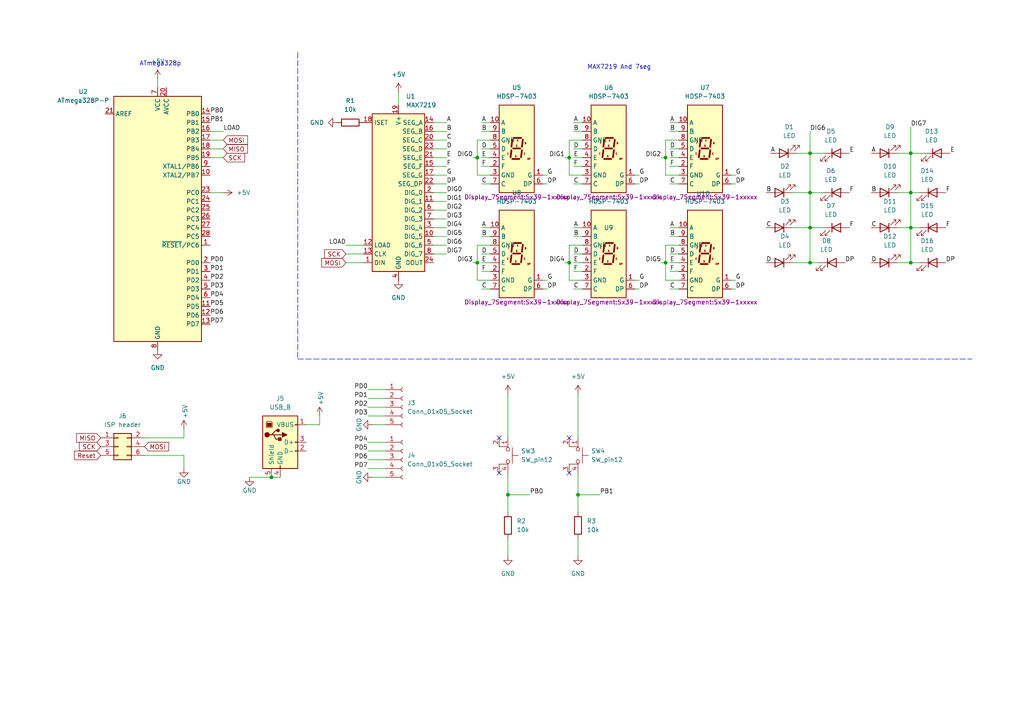
<source format=kicad_sch>
(kicad_sch (version 20250114) (generator "eeschema") (generator_version "9.0")
  (paper "A4")
  (lib_symbols
    (symbol "+5V_1" (power) (pin_numbers (hide yes)) (pin_names (offset 0) (hide yes))
      (property "Value" "+5V" (at 0 3.556 0))
      (symbol "+5V_1_0_1"
        (polyline (pts (xy -0.762 1.27) (xy 0 2.54)))
        (polyline (pts (xy 0 2.54) (xy 0.762 1.27)))
        (polyline (pts (xy 0 0) (xy 0 2.54)))
      )
      (symbol "+5V_1_1_1"
        (pin power_in line (at 0 0 90) (length 0) (name "~") (number "1"))
      )
    )
    (symbol "Connector:Conn_01x05_Socket" (pin_names (offset 1.016) (hide yes))
      (property "Reference" "J" (at 0 7.62 0))
      (property "Value" "Conn_01x05_Socket" (at 0 -7.62 0))
      (symbol "Conn_01x05_Socket_1_1"
        (polyline (pts (xy -1.27 5.08) (xy -0.508 5.08)) (stroke (width 0.1524)))
        (polyline (pts (xy -1.27 2.54) (xy -0.508 2.54)) (stroke (width 0.1524)))
        (polyline (pts (xy -1.27 0) (xy -0.508 0)) (stroke (width 0.1524)))
        (polyline (pts (xy -1.27 -2.54) (xy -0.508 -2.54)) (stroke (width 0.1524)))
        (polyline (pts (xy -1.27 -5.08) (xy -0.508 -5.08)) (stroke (width 0.1524)))
        (arc (start 0 4.572) (mid -0.5058 5.08) (end 0 5.588) (stroke (width 0.1524)))
        (arc (start 0 2.032) (mid -0.5058 2.54) (end 0 3.048) (stroke (width 0.1524)))
        (arc (start 0 -0.508) (mid -0.5058 0) (end 0 0.508) (stroke (width 0.1524)))
        (arc (start 0 -3.048) (mid -0.5058 -2.54) (end 0 -2.032) (stroke (width 0.1524)))
        (arc (start 0 -5.588) (mid -0.5058 -5.08) (end 0 -4.572) (stroke (width 0.1524)))
        (pin passive line (at -5.08 5.08 0) (length 3.81) (name "Pin_1") (number "1"))
        (pin passive line (at -5.08 2.54 0) (length 3.81) (name "Pin_2") (number "2"))
        (pin passive line (at -5.08 0 0) (length 3.81) (name "Pin_3") (number "3"))
        (pin passive line (at -5.08 -2.54 0) (length 3.81) (name "Pin_4") (number "4"))
        (pin passive line (at -5.08 -5.08 0) (length 3.81) (name "Pin_5") (number "5"))
      )
    )
    (symbol "Connector:USB_B" (pin_names (offset 1.016))
      (property "Reference" "J" (at -5.08 11.43 0))
      (property "Value" "USB_B" (at -5.08 8.89 0))
      (symbol "USB_B_0_1"
        (rectangle (start -5.08 -7.62) (end 5.08 7.62) (stroke (width 0.254)) (fill (type background)))
        (polyline (pts (xy -4.064 4.318) (xy -2.286 4.318) (xy -2.286 5.715) (xy -2.667 6.096) (xy -3.683 6.096) (xy -4.064 5.715) (xy -4.064 4.318)))
        (rectangle (start -3.81 5.588) (end -2.54 4.572) (fill (type outline)))
        (circle (center -3.81 2.159) (radius 0.635) (stroke (width 0.254)) (fill (type outline)))
        (polyline (pts (xy -3.175 2.159) (xy -2.54 2.159) (xy -1.27 3.429) (xy -0.635 3.429)) (stroke (width 0.254)))
        (polyline (pts (xy -2.54 2.159) (xy -1.905 2.159) (xy -1.27 0.889) (xy 0 0.889)) (stroke (width 0.254)))
        (polyline (pts (xy -1.905 2.159) (xy 0.635 2.159)) (stroke (width 0.254)))
        (circle (center -0.635 3.429) (radius 0.381) (stroke (width 0.254)) (fill (type outline)))
        (rectangle (start -0.127 -7.62) (end 0.127 -6.858))
        (rectangle (start 0.254 1.27) (end -0.508 0.508) (stroke (width 0.254)) (fill (type outline)))
        (polyline (pts (xy 0.635 2.794) (xy 0.635 1.524) (xy 1.905 2.159) (xy 0.635 2.794)) (stroke (width 0.254)) (fill (type outline)))
        (rectangle (start 5.08 4.953) (end 4.318 5.207))
        (rectangle (start 5.08 -0.127) (end 4.318 0.127))
        (rectangle (start 5.08 -2.667) (end 4.318 -2.413))
      )
      (symbol "USB_B_1_1"
        (pin passive line (at -2.54 -10.16 90) (length 2.54) (name "Shield") (number "5"))
        (pin power_out line (at 0 -10.16 90) (length 2.54) (name "GND") (number "4"))
        (pin power_out line (at 7.62 5.08 180) (length 2.54) (name "VBUS") (number "1"))
        (pin bidirectional line (at 7.62 0 180) (length 2.54) (name "D+") (number "3"))
        (pin bidirectional line (at 7.62 -2.54 180) (length 2.54) (name "D-") (number "2"))
      )
    )
    (symbol "Connector_Generic:Conn_02x03_Odd_Even" (pin_names (offset 1.016) (hide yes))
      (property "Reference" "J" (at 1.27 5.08 0))
      (property "Value" "Conn_02x03_Odd_Even" (at 1.27 -5.08 0))
      (symbol "Conn_02x03_Odd_Even_1_1"
        (rectangle (start -1.27 3.81) (end 3.81 -3.81) (stroke (width 0.254)) (fill (type background)))
        (rectangle (start -1.27 2.667) (end 0 2.413) (stroke (width 0.1524)))
        (rectangle (start -1.27 0.127) (end 0 -0.127) (stroke (width 0.1524)))
        (rectangle (start -1.27 -2.413) (end 0 -2.667) (stroke (width 0.1524)))
        (rectangle (start 3.81 2.667) (end 2.54 2.413) (stroke (width 0.1524)))
        (rectangle (start 3.81 0.127) (end 2.54 -0.127) (stroke (width 0.1524)))
        (rectangle (start 3.81 -2.413) (end 2.54 -2.667) (stroke (width 0.1524)))
        (pin passive line (at -5.08 2.54 0) (length 3.81) (name "Pin_1") (number "1"))
        (pin passive line (at -5.08 0 0) (length 3.81) (name "Pin_3") (number "3"))
        (pin passive line (at -5.08 -2.54 0) (length 3.81) (name "Pin_5") (number "5"))
        (pin passive line (at 7.62 2.54 180) (length 3.81) (name "Pin_2") (number "2"))
        (pin passive line (at 7.62 0 180) (length 3.81) (name "Pin_4") (number "4"))
        (pin passive line (at 7.62 -2.54 180) (length 3.81) (name "Pin_6") (number "6"))
      )
    )
    (symbol "Device:LED" (pin_numbers (hide yes)) (pin_names (offset 1.016) (hide yes))
      (property "Reference" "D" (at 0 2.54 0))
      (property "Value" "LED" (at 0 -2.54 0))
      (symbol "LED_0_1"
        (polyline (pts (xy -3.048 -0.762) (xy -4.572 -2.286) (xy -3.81 -2.286) (xy -4.572 -2.286) (xy -4.572 -1.524)))
        (polyline (pts (xy -1.778 -0.762) (xy -3.302 -2.286) (xy -2.54 -2.286) (xy -3.302 -2.286) (xy -3.302 -1.524)))
        (polyline (pts (xy -1.27 0) (xy 1.27 0)))
        (polyline (pts (xy -1.27 -1.27) (xy -1.27 1.27)) (stroke (width 0.254)))
        (polyline (pts (xy 1.27 -1.27) (xy 1.27 1.27) (xy -1.27 0) (xy 1.27 -1.27)) (stroke (width 0.254)))
      )
      (symbol "LED_1_1"
        (pin passive line (at -3.81 0 0) (length 2.54) (name "K") (number "1"))
        (pin passive line (at 3.81 0 180) (length 2.54) (name "A") (number "2"))
      )
    )
    (symbol "Device:R" (pin_numbers (hide yes)) (pin_names (offset 0))
      (property "Reference" "R" (at 2.032 0 90))
      (property "Value" "R" (at 0 0 90))
      (symbol "R_0_1"
        (rectangle (start -1.016 -2.54) (end 1.016 2.54) (stroke (width 0.254)))
      )
      (symbol "R_1_1"
        (pin passive line (at 0 3.81 270) (length 1.27) (name "~") (number "1"))
        (pin passive line (at 0 -3.81 90) (length 1.27) (name "~") (number "2"))
      )
    )
    (symbol "Driver_LED:MAX7219"
      (property "Reference" "U" (at -6.35 24.13 0))
      (property "Value" "MAX7219" (at 1.27 25.4 0))
      (symbol "MAX7219_0_1"
        (rectangle (start -7.62 22.86) (end 7.62 -22.86) (stroke (width 0.254)) (fill (type background)))
      )
      (symbol "MAX7219_1_1"
        (pin input line (at -10.16 20.32 0) (length 2.54) (name "ISET") (number "18"))
        (pin input line (at -10.16 -15.24 0) (length 2.54) (name "LOAD") (number "12"))
        (pin input line (at -10.16 -17.78 0) (length 2.54) (name "CLK") (number "13"))
        (pin input line (at -10.16 -20.32 0) (length 2.54) (name "DIN") (number "1"))
        (pin power_in line (at 0 25.4 270) (length 2.54) (name "V+") (number "19"))
        (pin power_in line (at 0 -25.4 90) (length 2.54) (name "GND") (number "4"))
        (pin passive line (at 0 -25.4 90) (length 2.54) (hide yes) (name "GND") (number "9"))
        (pin output line (at 10.16 20.32 180) (length 2.54) (name "SEG_A") (number "14"))
        (pin output line (at 10.16 17.78 180) (length 2.54) (name "SEG_B") (number "16"))
        (pin output line (at 10.16 15.24 180) (length 2.54) (name "SEG_C") (number "20"))
        (pin output line (at 10.16 12.7 180) (length 2.54) (name "SEG_D") (number "23"))
        (pin output line (at 10.16 10.16 180) (length 2.54) (name "SEG_E") (number "21"))
        (pin output line (at 10.16 7.62 180) (length 2.54) (name "SEG_F") (number "15"))
        (pin output line (at 10.16 5.08 180) (length 2.54) (name "SEG_G") (number "17"))
        (pin output line (at 10.16 2.54 180) (length 2.54) (name "SEG_DP") (number "22"))
        (pin output line (at 10.16 0 180) (length 2.54) (name "DIG_0") (number "2"))
        (pin output line (at 10.16 -2.54 180) (length 2.54) (name "DIG_1") (number "11"))
        (pin output line (at 10.16 -5.08 180) (length 2.54) (name "DIG_2") (number "6"))
        (pin output line (at 10.16 -7.62 180) (length 2.54) (name "DIG_3") (number "7"))
        (pin output line (at 10.16 -10.16 180) (length 2.54) (name "DIG_4") (number "3"))
        (pin output line (at 10.16 -12.7 180) (length 2.54) (name "DIG_5") (number "10"))
        (pin output line (at 10.16 -15.24 180) (length 2.54) (name "DIG_6") (number "5"))
        (pin output line (at 10.16 -17.78 180) (length 2.54) (name "DIG_7") (number "8"))
        (pin output line (at 10.16 -20.32 180) (length 2.54) (name "DOUT") (number "24"))
      )
    )
    (symbol "HDSP-7403_1"
      (property "Reference" "U4" (at 0 17.78 0))
      (property "Value" "HDSP-7403" (at 0 15.24 0))
      (symbol "HDSP-7403_1_1_0"
        (text "E" (at -2.54 -1.397 0) (effects (font (size 0.508 0.508))))
        (text "F" (at -2.286 1.651 0) (effects (font (size 0.508 0.508))))
        (text "D" (at -0.254 -2.159 0) (effects (font (size 0.508 0.508))))
        (text "G" (at 0 0.889 0) (effects (font (size 0.508 0.508))))
        (text "A" (at 0.254 2.413 0) (effects (font (size 0.508 0.508))))
        (text "C" (at 2.286 -1.397 0) (effects (font (size 0.508 0.508))))
        (text "B" (at 2.54 1.651 0) (effects (font (size 0.508 0.508))))
        (text "DP" (at 3.556 -2.921 0) (effects (font (size 0.508 0.508))))
      )
      (symbol "HDSP-7403_1_1_1"
        (rectangle (start -5.08 12.7) (end 5.08 -12.7) (stroke (width 0.254)) (fill (type background)))
        (polyline (pts (xy -1.524 -0.381) (xy -1.778 -2.413)) (stroke (width 0.508)))
        (polyline (pts (xy -1.27 2.667) (xy -1.524 0.635)) (stroke (width 0.508)))
        (polyline (pts (xy -1.27 -2.921) (xy 0.762 -2.921)) (stroke (width 0.508)))
        (polyline (pts (xy -1.016 0.127) (xy 1.016 0.127)) (stroke (width 0.508)))
        (polyline (pts (xy -0.762 3.175) (xy 1.27 3.175)) (stroke (width 0.508)))
        (polyline (pts (xy 1.524 -0.381) (xy 1.27 -2.413)) (stroke (width 0.508)))
        (polyline (pts (xy 1.778 2.667) (xy 1.524 0.635)) (stroke (width 0.508)))
        (polyline (pts (xy 2.54 -2.921) (xy 2.54 -2.921)) (stroke (width 0.508)))
        (pin input line (at -7.62 7.62 0) (length 2.54) (name "A") (number "10"))
        (pin input line (at -7.62 5.08 0) (length 2.54) (name "B") (number "9"))
        (pin input line (at -7.62 2.54 0) (length 2.54) (name "GND") (number "8"))
        (pin input line (at -7.62 0 0) (length 2.54) (name "D") (number "5"))
        (pin input line (at -7.62 -2.54 0) (length 2.54) (name "E") (number "4"))
        (pin input line (at -7.62 -5.08 0) (length 2.54) (name "F") (number "2"))
        (pin input line (at -7.62 -7.62 0) (length 2.54) (name "GND") (number "3"))
        (pin input line (at -7.62 -10.16 0) (length 2.54) (name "C") (number "7"))
        (pin input line (at 7.62 -7.62 180) (length 2.54) (name "G") (number "1"))
        (pin input line (at 7.62 -10.16 180) (length 2.54) (name "DP") (number "6"))
      )
    )
    (symbol "MCU_Microchip_ATmega:ATmega328P-P"
      (property "Reference" "U" (at -12.7 36.83 0))
      (property "Value" "ATmega328P-P" (at 2.54 -36.83 0))
      (symbol "ATmega328P-P_0_1"
        (rectangle (start -12.7 -35.56) (end 12.7 35.56) (stroke (width 0.254)) (fill (type background)))
      )
      (symbol "ATmega328P-P_1_1"
        (pin passive line (at -15.24 30.48 0) (length 2.54) (name "AREF") (number "21"))
        (pin power_in line (at 0 38.1 270) (length 2.54) (name "VCC") (number "7"))
        (pin passive line (at 0 -38.1 90) (length 2.54) (hide yes) (name "GND") (number "22"))
        (pin power_in line (at 0 -38.1 90) (length 2.54) (name "GND") (number "8"))
        (pin power_in line (at 2.54 38.1 270) (length 2.54) (name "AVCC") (number "20"))
        (pin bidirectional line (at 15.24 30.48 180) (length 2.54) (name "PB0") (number "14"))
        (pin bidirectional line (at 15.24 27.94 180) (length 2.54) (name "PB1") (number "15"))
        (pin bidirectional line (at 15.24 25.4 180) (length 2.54) (name "PB2") (number "16"))
        (pin bidirectional line (at 15.24 22.86 180) (length 2.54) (name "PB3") (number "17"))
        (pin bidirectional line (at 15.24 20.32 180) (length 2.54) (name "PB4") (number "18"))
        (pin bidirectional line (at 15.24 17.78 180) (length 2.54) (name "PB5") (number "19"))
        (pin bidirectional line (at 15.24 15.24 180) (length 2.54) (name "XTAL1/PB6") (number "9"))
        (pin bidirectional line (at 15.24 12.7 180) (length 2.54) (name "XTAL2/PB7") (number "10"))
        (pin bidirectional line (at 15.24 7.62 180) (length 2.54) (name "PC0") (number "23"))
        (pin bidirectional line (at 15.24 5.08 180) (length 2.54) (name "PC1") (number "24"))
        (pin bidirectional line (at 15.24 2.54 180) (length 2.54) (name "PC2") (number "25"))
        (pin bidirectional line (at 15.24 0 180) (length 2.54) (name "PC3") (number "26"))
        (pin bidirectional line (at 15.24 -2.54 180) (length 2.54) (name "PC4") (number "27"))
        (pin bidirectional line (at 15.24 -5.08 180) (length 2.54) (name "PC5") (number "28"))
        (pin bidirectional line (at 15.24 -7.62 180) (length 2.54) (name "~{RESET}/PC6") (number "1"))
        (pin bidirectional line (at 15.24 -12.7 180) (length 2.54) (name "PD0") (number "2"))
        (pin bidirectional line (at 15.24 -15.24 180) (length 2.54) (name "PD1") (number "3"))
        (pin bidirectional line (at 15.24 -17.78 180) (length 2.54) (name "PD2") (number "4"))
        (pin bidirectional line (at 15.24 -20.32 180) (length 2.54) (name "PD3") (number "5"))
        (pin bidirectional line (at 15.24 -22.86 180) (length 2.54) (name "PD4") (number "6"))
        (pin bidirectional line (at 15.24 -25.4 180) (length 2.54) (name "PD5") (number "11"))
        (pin bidirectional line (at 15.24 -27.94 180) (length 2.54) (name "PD6") (number "12"))
        (pin bidirectional line (at 15.24 -30.48 180) (length 2.54) (name "PD7") (number "13"))
      )
    )
    (symbol "Switch:SW_MEC_5E" (pin_names (offset 1.016) (hide yes))
      (property "Reference" "SW" (at 0.635 5.715 0))
      (property "Value" "SW_MEC_5E" (at 0 -3.175 0))
      (symbol "SW_MEC_5E_0_1"
        (polyline (pts (xy -2.54 0) (xy -2.54 2.54) (xy -2.286 2.54)))
        (polyline (pts (xy -2.286 3.81) (xy 2.286 3.81)))
        (circle (center -1.778 2.54) (radius 0.508))
        (polyline (pts (xy 0 3.81) (xy 0 5.588)))
        (circle (center 1.778 2.54) (radius 0.508))
        (polyline (pts (xy 2.54 0) (xy 2.54 2.54) (xy 2.286 2.54)))
        (pin passive line (at -5.08 2.54 0) (length 2.54) (name "1") (number "1"))
        (pin passive line (at -5.08 0 0) (length 2.54) (name "2") (number "2"))
        (pin passive line (at 5.08 2.54 180) (length 2.54) (name "A") (number "4"))
        (pin passive line (at 5.08 0 180) (length 2.54) (name "K") (number "3"))
      )
    )
    (symbol "power:+5V" (power) (pin_names (offset 0))
      (property "Value" "+5V" (at 0 3.556 0))
      (symbol "+5V_0_1"
        (polyline (pts (xy -0.762 1.27) (xy 0 2.54)))
        (polyline (pts (xy 0 2.54) (xy 0.762 1.27)))
        (polyline (pts (xy 0 0) (xy 0 2.54)))
      )
      (symbol "+5V_1_1"
        (pin power_in line (at 0 0 90) (length 0) (hide yes) (name "+5V") (number "1"))
      )
    )
    (symbol "power:GND" (power) (pin_numbers (hide yes)) (pin_names (offset 0) (hide yes))
      (property "Value" "GND" (at 0 -3.81 0))
      (symbol "GND_0_1"
        (polyline (pts (xy 0 0) (xy 0 -1.27) (xy 1.27 -1.27) (xy 0 -2.54) (xy -1.27 -1.27) (xy 0 -1.27)))
      )
      (symbol "GND_1_1"
        (pin power_in line (at 0 0 270) (length 0) (name "~") (number "1"))
      )
    )
  )
  (text "MAX7219 And 7seg\n" (at 179.578 19.558 0) (effects (font (size 1.27 1.27))))
  (text "ATmega328p\n" (at 46.482 18.542 0) (effects (font (size 1.27 1.27))))
  (junction (at 264.16 55.88))
  (junction (at 234.95 44.45))
  (junction (at 138.43 76.2))
  (junction (at 165.1 45.72))
  (junction (at 193.04 76.2))
  (junction (at 193.04 45.72))
  (junction (at 167.64 143.51))
  (junction (at 264.16 76.2))
  (junction (at 165.1 76.2))
  (junction (at 138.43 45.72))
  (junction (at 78.74 138.43))
  (junction (at 147.32 143.51))
  (junction (at 234.95 66.04))
  (junction (at 234.95 76.2))
  (junction (at 264.16 66.04))
  (junction (at 264.16 44.45))
  (junction (at 234.95 55.88))
  (no_connect (at 144.78 137.16))
  (no_connect (at 165.1 127))
  (no_connect (at 165.1 137.16))
  (no_connect (at 144.78 127))
  (wire (pts (xy 212.09 53.34) (xy 213.36 53.34)))
  (wire (pts (xy 139.7 83.82) (xy 142.24 83.82)))
  (wire (pts (xy 138.43 50.8) (xy 142.24 50.8)))
  (wire (pts (xy 157.48 50.8) (xy 158.75 50.8)))
  (wire (pts (xy 196.85 40.64) (xy 193.04 40.64)))
  (wire (pts (xy 194.31 45.72) (xy 196.85 45.72)))
  (wire (pts (xy 129.54 63.5) (xy 125.73 63.5)))
  (wire (pts (xy 139.7 78.74) (xy 142.24 78.74)))
  (wire (pts (xy 194.31 53.34) (xy 196.85 53.34)))
  (wire (pts (xy 147.32 148.59) (xy 147.32 143.51)))
  (wire (pts (xy 92.71 123.19) (xy 92.71 120.65)))
  (wire (pts (xy 138.43 81.28) (xy 142.24 81.28)))
  (wire (pts (xy 100.33 71.12) (xy 105.41 71.12)))
  (wire (pts (xy 229.87 55.88) (xy 234.95 55.88)))
  (wire (pts (xy 100.33 76.2) (xy 105.41 76.2)))
  (wire (pts (xy 106.68 120.65) (xy 111.76 120.65)))
  (wire (pts (xy 193.04 40.64) (xy 193.04 45.72)))
  (wire (pts (xy 139.7 48.26) (xy 142.24 48.26)))
  (wire (pts (xy 129.54 71.12) (xy 125.73 71.12)))
  (wire (pts (xy 196.85 71.12) (xy 193.04 71.12)))
  (wire (pts (xy 193.04 81.28) (xy 196.85 81.28)))
  (wire (pts (xy 107.95 123.19) (xy 111.76 123.19)))
  (wire (pts (xy 166.37 76.2) (xy 168.91 76.2)))
  (wire (pts (xy 138.43 40.64) (xy 138.43 45.72)))
  (wire (pts (xy 166.37 83.82) (xy 168.91 83.82)))
  (wire (pts (xy 53.34 132.08) (xy 53.34 135.89)))
  (wire (pts (xy 41.91 132.08) (xy 53.34 132.08)))
  (wire (pts (xy 138.43 45.72) (xy 138.43 50.8)))
  (wire (pts (xy 72.39 138.43) (xy 78.74 138.43)))
  (wire (pts (xy 229.87 66.04) (xy 234.95 66.04)))
  (wire (pts (xy 157.48 53.34) (xy 158.75 53.34)))
  (wire (pts (xy 167.64 114.3) (xy 167.64 127)))
  (wire (pts (xy 166.37 38.1) (xy 168.91 38.1)))
  (wire (pts (xy 167.64 156.21) (xy 167.64 161.29)))
  (wire (pts (xy 234.95 44.45) (xy 234.95 55.88)))
  (wire (pts (xy 168.91 40.64) (xy 165.1 40.64)))
  (wire (pts (xy 234.95 76.2) (xy 229.87 76.2)))
  (wire (pts (xy 139.7 38.1) (xy 142.24 38.1)))
  (wire (pts (xy 264.16 66.04) (xy 264.16 76.2)))
  (wire (pts (xy 41.91 127) (xy 53.34 127)))
  (wire (pts (xy 166.37 78.74) (xy 168.91 78.74)))
  (wire (pts (xy 147.32 114.3) (xy 147.32 127)))
  (wire (pts (xy 139.7 73.66) (xy 142.24 73.66)))
  (wire (pts (xy 264.16 66.04) (xy 266.7 66.04)))
  (wire (pts (xy 142.24 40.64) (xy 138.43 40.64)))
  (wire (pts (xy 167.64 137.16) (xy 167.64 143.51)))
  (wire (pts (xy 129.54 73.66) (xy 125.73 73.66)))
  (wire (pts (xy 194.31 83.82) (xy 196.85 83.82)))
  (wire (pts (xy 166.37 73.66) (xy 168.91 73.66)))
  (wire (pts (xy 165.1 40.64) (xy 165.1 45.72)))
  (wire (pts (xy 234.95 55.88) (xy 238.76 55.88)))
  (wire (pts (xy 165.1 50.8) (xy 168.91 50.8)))
  (wire (pts (xy 193.04 76.2) (xy 193.04 81.28)))
  (wire (pts (xy 106.68 133.35) (xy 111.76 133.35)))
  (wire (pts (xy 157.48 83.82) (xy 158.75 83.82)))
  (wire (pts (xy 139.7 76.2) (xy 142.24 76.2)))
  (wire (pts (xy 147.32 137.16) (xy 147.32 143.51)))
  (polyline (pts (xy 86.36 104.14) (xy 281.94 104.14)) (stroke (width 0) (type dash)))
  (wire (pts (xy 138.43 71.12) (xy 138.43 76.2)))
  (wire (pts (xy 194.31 76.2) (xy 196.85 76.2)))
  (wire (pts (xy 129.54 68.58) (xy 125.73 68.58)))
  (wire (pts (xy 194.31 35.56) (xy 196.85 35.56)))
  (wire (pts (xy 157.48 81.28) (xy 158.75 81.28)))
  (wire (pts (xy 194.31 38.1) (xy 196.85 38.1)))
  (wire (pts (xy 64.77 43.18) (xy 60.96 43.18)))
  (wire (pts (xy 264.16 76.2) (xy 266.7 76.2)))
  (wire (pts (xy 167.64 143.51) (xy 173.99 143.51)))
  (wire (pts (xy 231.14 44.45) (xy 234.95 44.45)))
  (wire (pts (xy 106.68 130.81) (xy 111.76 130.81)))
  (wire (pts (xy 194.31 43.18) (xy 196.85 43.18)))
  (wire (pts (xy 193.04 45.72) (xy 193.04 50.8)))
  (wire (pts (xy 106.68 115.57) (xy 111.76 115.57)))
  (wire (pts (xy 166.37 48.26) (xy 168.91 48.26)))
  (wire (pts (xy 106.68 118.11) (xy 111.76 118.11)))
  (wire (pts (xy 129.54 60.96) (xy 125.73 60.96)))
  (wire (pts (xy 139.7 53.34) (xy 142.24 53.34)))
  (wire (pts (xy 260.35 55.88) (xy 264.16 55.88)))
  (wire (pts (xy 184.15 53.34) (xy 185.42 53.34)))
  (wire (pts (xy 88.9 123.19) (xy 92.71 123.19)))
  (wire (pts (xy 166.37 66.04) (xy 168.91 66.04)))
  (polyline (pts (xy 86.36 15.24) (xy 86.36 104.14)) (stroke (width 0) (type dash)))
  (wire (pts (xy 194.31 73.66) (xy 196.85 73.66)))
  (wire (pts (xy 264.16 44.45) (xy 267.97 44.45)))
  (wire (pts (xy 60.96 45.72) (xy 64.77 45.72)))
  (wire (pts (xy 139.7 45.72) (xy 142.24 45.72)))
  (wire (pts (xy 168.91 71.12) (xy 165.1 71.12)))
  (wire (pts (xy 107.95 138.43) (xy 111.76 138.43)))
  (wire (pts (xy 139.7 66.04) (xy 142.24 66.04)))
  (wire (pts (xy 129.54 43.18) (xy 125.73 43.18)))
  (wire (pts (xy 129.54 58.42) (xy 125.73 58.42)))
  (wire (pts (xy 264.16 36.83) (xy 264.16 44.45)))
  (wire (pts (xy 106.68 113.03) (xy 111.76 113.03)))
  (wire (pts (xy 193.04 50.8) (xy 196.85 50.8)))
  (wire (pts (xy 129.54 48.26) (xy 125.73 48.26)))
  (wire (pts (xy 260.35 66.04) (xy 264.16 66.04)))
  (wire (pts (xy 165.1 81.28) (xy 168.91 81.28)))
  (wire (pts (xy 64.77 38.1) (xy 60.96 38.1)))
  (wire (pts (xy 194.31 78.74) (xy 196.85 78.74)))
  (wire (pts (xy 115.57 26.67) (xy 115.57 30.48)))
  (wire (pts (xy 166.37 45.72) (xy 168.91 45.72)))
  (wire (pts (xy 167.64 148.59) (xy 167.64 143.51)))
  (wire (pts (xy 163.83 76.2) (xy 165.1 76.2)))
  (wire (pts (xy 129.54 35.56) (xy 125.73 35.56)))
  (wire (pts (xy 212.09 83.82) (xy 213.36 83.82)))
  (wire (pts (xy 264.16 55.88) (xy 266.7 55.88)))
  (wire (pts (xy 139.7 43.18) (xy 142.24 43.18)))
  (wire (pts (xy 45.72 22.86) (xy 45.72 25.4)))
  (wire (pts (xy 191.77 76.2) (xy 193.04 76.2)))
  (wire (pts (xy 234.95 66.04) (xy 238.76 66.04)))
  (wire (pts (xy 212.09 50.8) (xy 213.36 50.8)))
  (wire (pts (xy 147.32 143.51) (xy 153.67 143.51)))
  (wire (pts (xy 129.54 55.88) (xy 125.73 55.88)))
  (wire (pts (xy 234.95 44.45) (xy 238.76 44.45)))
  (wire (pts (xy 139.7 68.58) (xy 142.24 68.58)))
  (wire (pts (xy 147.32 156.21) (xy 147.32 161.29)))
  (wire (pts (xy 184.15 83.82) (xy 185.42 83.82)))
  (wire (pts (xy 260.35 44.45) (xy 264.16 44.45)))
  (wire (pts (xy 53.34 127) (xy 53.34 124.46)))
  (wire (pts (xy 191.77 45.72) (xy 193.04 45.72)))
  (wire (pts (xy 129.54 53.34) (xy 125.73 53.34)))
  (wire (pts (xy 260.35 76.2) (xy 264.16 76.2)))
  (wire (pts (xy 264.16 44.45) (xy 264.16 55.88)))
  (wire (pts (xy 129.54 66.04) (xy 125.73 66.04)))
  (wire (pts (xy 129.54 40.64) (xy 125.73 40.64)))
  (wire (pts (xy 194.31 66.04) (xy 196.85 66.04)))
  (wire (pts (xy 234.95 38.1) (xy 234.95 44.45)))
  (wire (pts (xy 166.37 43.18) (xy 168.91 43.18)))
  (wire (pts (xy 129.54 45.72) (xy 125.73 45.72)))
  (wire (pts (xy 234.95 76.2) (xy 237.49 76.2)))
  (wire (pts (xy 100.33 73.66) (xy 105.41 73.66)))
  (wire (pts (xy 129.54 38.1) (xy 125.73 38.1)))
  (wire (pts (xy 165.1 71.12) (xy 165.1 76.2)))
  (wire (pts (xy 166.37 35.56) (xy 168.91 35.56)))
  (wire (pts (xy 234.95 55.88) (xy 234.95 66.04)))
  (wire (pts (xy 212.09 81.28) (xy 213.36 81.28)))
  (wire (pts (xy 129.54 50.8) (xy 125.73 50.8)))
  (wire (pts (xy 166.37 68.58) (xy 168.91 68.58)))
  (wire (pts (xy 194.31 68.58) (xy 196.85 68.58)))
  (wire (pts (xy 78.74 138.43) (xy 81.28 138.43)))
  (wire (pts (xy 106.68 128.27) (xy 111.76 128.27)))
  (wire (pts (xy 60.96 55.88) (xy 64.77 55.88)))
  (wire (pts (xy 194.31 48.26) (xy 196.85 48.26)))
  (wire (pts (xy 165.1 45.72) (xy 165.1 50.8)))
  (wire (pts (xy 166.37 53.34) (xy 168.91 53.34)))
  (wire (pts (xy 184.15 81.28) (xy 185.42 81.28)))
  (wire (pts (xy 138.43 76.2) (xy 138.43 81.28)))
  (wire (pts (xy 184.15 50.8) (xy 185.42 50.8)))
  (wire (pts (xy 106.68 135.89) (xy 111.76 135.89)))
  (wire (pts (xy 142.24 71.12) (xy 138.43 71.12)))
  (wire (pts (xy 137.16 76.2) (xy 138.43 76.2)))
  (wire (pts (xy 137.16 45.72) (xy 138.43 45.72)))
  (wire (pts (xy 165.1 76.2) (xy 165.1 81.28)))
  (wire (pts (xy 139.7 35.56) (xy 142.24 35.56)))
  (wire (pts (xy 234.95 66.04) (xy 234.95 76.2)))
  (wire (pts (xy 264.16 55.88) (xy 264.16 66.04)))
  (wire (pts (xy 193.04 71.12) (xy 193.04 76.2)))
  (wire (pts (xy 163.83 45.72) (xy 165.1 45.72)))
  (wire (pts (xy 64.77 40.64) (xy 60.96 40.64)))
  (label "D" (at 194.31 73.66 0))
  (label "DP" (at 158.75 83.82 0))
  (label "PD3" (at 106.68 120.65 180))
  (label "LOAD" (at 100.33 71.12 180))
  (label "D" (at 194.31 43.18 0))
  (label "A" (at 129.54 35.56 0))
  (label "PD2" (at 106.68 118.11 180))
  (label "PD4" (at 60.96 86.36 0))
  (label "PD6" (at 106.68 133.35 180))
  (label "F" (at 274.32 55.88 0))
  (label "D" (at 139.7 43.18 0))
  (label "D" (at 252.73 76.2 0))
  (label "F" (at 194.31 48.26 0))
  (label "G" (at 158.75 81.28 0))
  (label "E" (at 139.7 76.2 0))
  (label "PD0" (at 106.68 113.03 180))
  (label "DIG5" (at 129.54 68.58 0))
  (label "D" (at 139.7 73.66 0))
  (label "DIG6" (at 129.54 71.12 0))
  (label "E" (at 194.31 76.2 0))
  (label "D" (at 129.54 43.18 0))
  (label "A" (at 139.7 35.56 0))
  (label "F" (at 129.54 48.26 0))
  (label "G" (at 185.42 81.28 0))
  (label "B" (at 166.37 68.58 0))
  (label "A" (at 194.31 66.04 0))
  (label "E" (at 129.54 45.72 0))
  (label "PD3" (at 60.96 83.82 0))
  (label "C" (at 222.25 66.04 0))
  (label "PD7" (at 60.96 93.98 0))
  (label "C" (at 129.54 40.64 0))
  (label "F" (at 246.38 55.88 0))
  (label "DIG3" (at 129.54 63.5 0))
  (label "DIG7" (at 264.16 36.83 0))
  (label "DIG3" (at 137.16 76.2 180))
  (label "PB1" (at 60.96 35.56 0))
  (label "PB1" (at 173.99 143.51 0))
  (label "F" (at 274.32 66.04 0))
  (label "G" (at 213.36 81.28 0))
  (label "A" (at 166.37 66.04 0))
  (label "PD7" (at 106.68 135.89 180))
  (label "DIG1" (at 163.83 45.72 180))
  (label "B" (at 139.7 68.58 0))
  (label "B" (at 166.37 38.1 0))
  (label "DIG0" (at 129.54 55.88 0))
  (label "A" (at 166.37 35.56 0))
  (label "A" (at 252.73 44.45 0))
  (label "A" (at 194.31 35.56 0))
  (label "D" (at 166.37 43.18 0))
  (label "E" (at 139.7 45.72 0))
  (label "E" (at 166.37 45.72 0))
  (label "DIG0" (at 137.16 45.72 180))
  (label "E" (at 275.59 44.45 0))
  (label "G" (at 129.54 50.8 0))
  (label "F" (at 166.37 48.26 0))
  (label "D" (at 222.25 76.2 0))
  (label "F" (at 139.7 78.74 0))
  (label "PD2" (at 60.96 81.28 0))
  (label "DP" (at 213.36 53.34 0))
  (label "DIG2" (at 191.77 45.72 180))
  (label "A" (at 223.52 44.45 0))
  (label "C" (at 252.73 66.04 0))
  (label "G" (at 185.42 50.8 0))
  (label "F" (at 194.31 78.74 0))
  (label "DP" (at 158.75 53.34 0))
  (label "C" (at 166.37 83.82 0))
  (label "E" (at 246.38 44.45 0))
  (label "PD5" (at 60.96 88.9 0))
  (label "DP" (at 213.36 83.82 0))
  (label "DIG7" (at 129.54 73.66 0))
  (label "DP" (at 245.11 76.2 0))
  (label "DIG4" (at 163.83 76.2 180))
  (label "E" (at 194.31 45.72 0))
  (label "B" (at 252.73 55.88 0))
  (label "G" (at 213.36 50.8 0))
  (label "PD4" (at 106.68 128.27 180))
  (label "G" (at 158.75 50.8 0))
  (label "C" (at 194.31 53.34 0))
  (label "A" (at 139.7 66.04 0))
  (label "F" (at 166.37 78.74 0))
  (label "DIG5" (at 191.77 76.2 180))
  (label "C" (at 139.7 53.34 0))
  (label "E" (at 166.37 76.2 0))
  (label "PD6" (at 60.96 91.44 0))
  (label "DP" (at 274.32 76.2 0))
  (label "B" (at 194.31 38.1 0))
  (label "B" (at 194.31 68.58 0))
  (label "DIG4" (at 129.54 66.04 0))
  (label "PD5" (at 106.68 130.81 180))
  (label "LOAD" (at 64.77 38.1 0))
  (label "B" (at 129.54 38.1 0))
  (label "B" (at 139.7 38.1 0))
  (label "DP" (at 129.54 53.34 0))
  (label "C" (at 139.7 83.82 0))
  (label "DP" (at 185.42 53.34 0))
  (label "F" (at 246.38 66.04 0))
  (label "C" (at 194.31 83.82 0))
  (label "PD1" (at 106.68 115.57 180))
  (label "PB0" (at 60.96 33.02 0))
  (label "DIG2" (at 129.54 60.96 0))
  (label "C" (at 166.37 53.34 0))
  (label "DP" (at 185.42 83.82 0))
  (label "PB0" (at 153.67 143.51 0))
  (label "B" (at 222.25 55.88 0))
  (label "F" (at 139.7 48.26 0))
  (label "DIG6" (at 234.95 38.1 0))
  (label "DIG1" (at 129.54 58.42 0))
  (label "D" (at 166.37 73.66 0))
  (label "PD0" (at 60.96 76.2 0))
  (label "PD1" (at 60.96 78.74 0))
  (global_label "SCK" (shape input) (at 29.21 129.54 180) (property "Intersheetrefs" "${INTERSHEET_REFS}" (effects (hide yes))))
  (global_label "MOSI" (shape input) (at 41.91 129.54 0) (property "Intersheetrefs" "${INTERSHEET_REFS}" (effects (hide yes))))
  (global_label "Reset" (shape input) (at 29.21 132.08 180) (property "Intersheetrefs" "${INTERSHEET_REFS}" (effects (hide yes))))
  (global_label "SCK" (shape input) (at 64.77 45.72 0) (property "Intersheetrefs" "${INTERSHEET_REFS}" (effects (hide yes))))
  (global_label "MOSI" (shape input) (at 64.77 40.64 0) (property "Intersheetrefs" "${INTERSHEET_REFS}" (effects (hide yes))))
  (global_label "SCK" (shape input) (at 100.33 73.66 180) (property "Intersheetrefs" "${INTERSHEET_REFS}" (effects (hide yes))))
  (global_label "MISO" (shape input) (at 29.21 127 180) (property "Intersheetrefs" "${INTERSHEET_REFS}" (effects (hide yes))))
  (global_label "MOSI" (shape input) (at 100.33 76.2 180) (property "Intersheetrefs" "${INTERSHEET_REFS}" (effects (hide yes))))
  (global_label "MISO" (shape input) (at 64.77 43.18 0) (property "Intersheetrefs" "${INTERSHEET_REFS}" (effects (hide yes))))
  (symbol (lib_id "Device:LED") (at 226.06 55.88 180) (unit 1)
    (property "Reference" "D2" (at 227.6475 48.26 0))
    (property "Value" "LED" (at 227.6475 50.8 0))
    (property "Footprint" "LED_THT:LED_D3.0mm_Clear" (effects (hide yes)))
    (property "Description" "Light emitting diode" (effects (hide yes)))
    (property "Sim.Pins" "1=K 2=A" (effects (hide yes)))
  )
  (symbol (lib_id "Device:LED") (at 227.33 44.45 180) (unit 1)
    (property "Reference" "D1" (at 228.9175 36.83 0))
    (property "Value" "LED" (at 228.9175 39.37 0))
    (property "Footprint" "LED_THT:LED_D3.0mm_Clear" (effects (hide yes)))
    (property "Description" "Light emitting diode" (effects (hide yes)))
    (property "Sim.Pins" "1=K 2=A" (effects (hide yes)))
  )
  (symbol (lib_id "power:+5V") (at 92.71 120.65 0) (unit 1)
    (property "Reference" "#PWR012" (effects (hide yes)))
    (property "Value" "+5V" (at 93.0656 117.602 90) (effects (justify left)))
  )
  (symbol (lib_id "Connector_Generic:Conn_02x03_Odd_Even") (at 34.29 129.54 0) (unit 1)
    (property "Reference" "J6" (at 35.56 120.65 0))
    (property "Value" "ISP header" (at 35.56 123.19 0))
    (property "Footprint" "Connector_PinHeader_2.54mm:PinHeader_2x03_P2.54mm_Horizontal" (effects (hide yes)))
    (property "Datasheet" "https://media.distrelec.com/Web/Downloads/_t/ds/90130-3206_eng_tds.pdf" (effects (hide yes)))
  )
  (symbol (lib_name "+5V_1") (lib_id "power:+5V") (at 64.77 55.88 270) (unit 1)
    (property "Reference" "#PWR04" (effects (hide yes)))
    (property "Value" "+5V" (at 68.58 55.8799 90) (effects (justify left)))
    (property "Description" "Power symbol creates a global label with name \"+5V\"" (effects (hide yes)))
  )
  (symbol (lib_id "Device:LED") (at 256.54 44.45 180) (unit 1)
    (property "Reference" "D9" (at 258.1275 36.83 0))
    (property "Value" "LED" (at 258.1275 39.37 0))
    (property "Footprint" "LED_THT:LED_D3.0mm_Clear" (effects (hide yes)))
    (property "Description" "Light emitting diode" (effects (hide yes)))
    (property "Sim.Pins" "1=K 2=A" (effects (hide yes)))
  )
  (symbol (lib_id "Device:LED") (at 256.54 66.04 180) (unit 1)
    (property "Reference" "D11" (at 258.1275 58.42 0))
    (property "Value" "LED" (at 258.1275 60.96 0))
    (property "Footprint" "LED_THT:LED_D3.0mm_Clear" (effects (hide yes)))
    (property "Description" "Light emitting diode" (effects (hide yes)))
    (property "Sim.Pins" "1=K 2=A" (effects (hide yes)))
  )
  (symbol (lib_id "Driver_LED:MAX7219") (at 115.57 55.88 0) (unit 1)
    (property "Reference" "U1" (at 117.7133 27.94 0) (effects (justify left)))
    (property "Value" "MAX7219" (at 117.7133 30.48 0) (effects (justify left)))
    (property "Footprint" "Package_DIP:DIP-28_W7.62mm" (effects (hide yes)))
    (property "Datasheet" "https://datasheets.maximintegrated.com/en/ds/MAX7219-MAX7221.pdf" (effects (hide yes)))
    (property "Description" "8-Digit LED Display Driver" (effects (hide yes)))
  )
  (symbol (lib_id "Connector:Conn_01x05_Socket") (at 116.84 118.11 0) (unit 1)
    (property "Reference" "J3" (at 118.11 116.8399 0) (effects (justify left)))
    (property "Value" "Conn_01x05_Socket" (at 118.11 119.3799 0) (effects (justify left)))
    (property "Footprint" "Connector_PinSocket_2.54mm:PinSocket_1x05_P2.54mm_Vertical" (effects (hide yes)))
    (property "Description" "Generic connector, single row, 01x05, script generated" (effects (hide yes)))
  )
  (symbol (lib_id "power:GND") (at 53.34 135.89 0) (unit 1)
    (property "Reference" "#PWR015" (effects (hide yes)))
    (property "Value" "GND" (at 53.34 139.7 0))
  )
  (symbol (lib_id "power:GND") (at 107.95 123.19 270) (unit 1)
    (property "Reference" "#PWR014" (effects (hide yes)))
    (property "Value" "GND" (at 104.14 123.19 0))
  )
  (symbol (lib_name "+5V_1") (lib_id "power:+5V") (at 115.57 26.67 0) (unit 1)
    (property "Reference" "#PWR06" (effects (hide yes)))
    (property "Value" "+5V" (at 115.57 21.59 0))
    (property "Description" "Power symbol creates a global label with name \"+5V\"" (effects (hide yes)))
  )
  (symbol (lib_id "Device:LED") (at 270.51 76.2 0) (unit 1)
    (property "Reference" "D16" (at 268.9225 69.85 0))
    (property "Value" "LED" (at 268.9225 72.39 0))
    (property "Footprint" "LED_THT:LED_D3.0mm_Clear" (effects (hide yes)))
    (property "Description" "Light emitting diode" (effects (hide yes)))
    (property "Sim.Pins" "1=K 2=A" (effects (hide yes)))
  )
  (symbol (lib_id "Device:LED") (at 270.51 66.04 0) (unit 1)
    (property "Reference" "D15" (at 268.9225 59.69 0))
    (property "Value" "LED" (at 268.9225 62.23 0))
    (property "Footprint" "LED_THT:LED_D3.0mm_Clear" (effects (hide yes)))
    (property "Description" "Light emitting diode" (effects (hide yes)))
    (property "Sim.Pins" "1=K 2=A" (effects (hide yes)))
  )
  (symbol (lib_id "Device:LED") (at 242.57 66.04 0) (unit 1)
    (property "Reference" "D7" (at 240.9825 59.69 0))
    (property "Value" "LED" (at 240.9825 62.23 0))
    (property "Footprint" "LED_THT:LED_D3.0mm_Clear" (effects (hide yes)))
    (property "Description" "Light emitting diode" (effects (hide yes)))
    (property "Sim.Pins" "1=K 2=A" (effects (hide yes)))
  )
  (symbol (lib_id "Device:LED") (at 270.51 55.88 0) (unit 1)
    (property "Reference" "D14" (at 268.9225 49.53 0))
    (property "Value" "LED" (at 268.9225 52.07 0))
    (property "Footprint" "LED_THT:LED_D3.0mm_Clear" (effects (hide yes)))
    (property "Description" "Light emitting diode" (effects (hide yes)))
    (property "Sim.Pins" "1=K 2=A" (effects (hide yes)))
  )
  (symbol (lib_id "Device:LED") (at 256.54 55.88 180) (unit 1)
    (property "Reference" "D10" (at 258.1275 48.26 0))
    (property "Value" "LED" (at 258.1275 50.8 0))
    (property "Footprint" "LED_THT:LED_D3.0mm_Clear" (effects (hide yes)))
    (property "Description" "Light emitting diode" (effects (hide yes)))
    (property "Sim.Pins" "1=K 2=A" (effects (hide yes)))
  )
  (symbol (lib_id "Device:LED") (at 242.57 44.45 0) (unit 1)
    (property "Reference" "D5" (at 240.9825 38.1 0))
    (property "Value" "LED" (at 240.9825 40.64 0))
    (property "Footprint" "LED_THT:LED_D3.0mm_Clear" (effects (hide yes)))
    (property "Description" "Light emitting diode" (effects (hide yes)))
    (property "Sim.Pins" "1=K 2=A" (effects (hide yes)))
  )
  (symbol (lib_name "HDSP-7403_1") (lib_id "Display_Character:HDSP-7403") (at 149.86 43.18 0) (unit 1)
    (property "Reference" "U5" (at 149.86 25.4 0))
    (property "Value" "HDSP-7403" (at 149.86 27.94 0))
    (property "Footprint" "Display_7Segment:Sx39-1xxxxx" (at 149.86 57.15 0))
    (property "Datasheet" "https://docs.broadcom.com/docs/AV02-2553EN" (effects (hide yes)))
    (property "Description" "One digit 7 segment yellow, common cathode" (effects (hide yes)))
  )
  (symbol (lib_id "Device:R") (at 101.6 35.56 90) (unit 1)
    (property "Reference" "R1" (at 101.6 29.21 90))
    (property "Value" "10k" (at 101.6 31.75 90))
    (property "Footprint" "Resistor_THT:R_Axial_DIN0204_L3.6mm_D1.6mm_P7.62mm_Horizontal" (effects (hide yes)))
    (property "Description" "Resistor" (effects (hide yes)))
  )
  (symbol (lib_id "power:GND") (at 72.39 138.43 0) (unit 1)
    (property "Reference" "#PWR013" (effects (hide yes)))
    (property "Value" "GND" (at 72.39 142.24 0))
  )
  (symbol (lib_id "power:GND") (at 167.64 161.29 0) (unit 1)
    (property "Reference" "#PWR09" (effects (hide yes)))
    (property "Value" "GND" (at 167.64 166.37 0))
    (property "Description" "Power symbol creates a global label with name \"GND\" , ground" (effects (hide yes)))
  )
  (symbol (lib_name "HDSP-7403_1") (lib_id "Display_Character:HDSP-7403") (at 204.47 43.18 0) (unit 1)
    (property "Reference" "U7" (at 204.47 25.4 0))
    (property "Value" "HDSP-7403" (at 204.47 27.94 0))
    (property "Footprint" "Display_7Segment:Sx39-1xxxxx" (at 204.47 57.15 0))
    (property "Datasheet" "https://docs.broadcom.com/docs/AV02-2553EN" (effects (hide yes)))
    (property "Description" "One digit 7 segment yellow, common cathode" (effects (hide yes)))
  )
  (symbol (lib_id "power:GND") (at 107.95 138.43 270) (unit 1)
    (property "Reference" "#PWR017" (effects (hide yes)))
    (property "Value" "GND" (at 104.14 138.43 0))
  )
  (symbol (lib_id "Device:R") (at 147.32 152.4 0) (unit 1)
    (property "Reference" "R2" (at 149.86 151.1299 0) (effects (justify left)))
    (property "Value" "10k" (at 149.86 153.6699 0) (effects (justify left)))
    (property "Footprint" "Resistor_THT:R_Axial_DIN0204_L3.6mm_D1.6mm_P7.62mm_Horizontal" (effects (hide yes)))
    (property "Description" "Resistor" (effects (hide yes)))
  )
  (symbol (lib_id "Switch:SW_MEC_5E") (at 165.1 132.08 270) (unit 1)
    (property "Reference" "SW4" (at 171.45 130.8099 90) (effects (justify left)))
    (property "Value" "SW_pin12" (at 171.45 133.3499 90) (effects (justify left)))
    (property "Footprint" "Button_Switch_THT:SW_PUSH-12mm_Wuerth-430476085716" (effects (hide yes)))
    (property "Datasheet" "http://www.apem.com/int/index.php?controller=attachment&id_attachment=1371" (effects (hide yes)))
    (property "Description" "MEC 5E single pole normally-open tactile switch" (effects (hide yes)))
  )
  (symbol (lib_name "HDSP-7403_1") (lib_id "Display_Character:HDSP-7403") (at 176.53 73.66 0) (unit 1)
    (property "Reference" "U9" (at 176.53 66.04 0))
    (property "Value" "HDSP-7403" (at 176.53 58.42 0))
    (property "Footprint" "Display_7Segment:Sx39-1xxxxx" (at 176.53 87.63 0))
    (property "Datasheet" "https://docs.broadcom.com/docs/AV02-2553EN" (effects (hide yes)))
    (property "Description" "One digit 7 segment yellow, common cathode" (effects (hide yes)))
  )
  (symbol (lib_id "power:GND") (at 97.79 35.56 270) (unit 1)
    (property "Reference" "#PWR03" (effects (hide yes)))
    (property "Value" "GND" (at 93.98 35.5599 90) (effects (justify right)))
    (property "Description" "Power symbol creates a global label with name \"GND\" , ground" (effects (hide yes)))
  )
  (symbol (lib_id "power:GND") (at 115.57 81.28 0) (unit 1)
    (property "Reference" "#PWR02" (effects (hide yes)))
    (property "Value" "GND" (at 115.57 86.36 0))
    (property "Description" "Power symbol creates a global label with name \"GND\" , ground" (effects (hide yes)))
  )
  (symbol (lib_id "Device:LED") (at 242.57 55.88 0) (unit 1)
    (property "Reference" "D6" (at 240.9825 49.53 0))
    (property "Value" "LED" (at 240.9825 52.07 0))
    (property "Footprint" "LED_THT:LED_D3.0mm_Clear" (effects (hide yes)))
    (property "Description" "Light emitting diode" (effects (hide yes)))
    (property "Sim.Pins" "1=K 2=A" (effects (hide yes)))
  )
  (symbol (lib_id "Device:R") (at 167.64 152.4 0) (unit 1)
    (property "Reference" "R3" (at 170.18 151.1299 0) (effects (justify left)))
    (property "Value" "10k" (at 170.18 153.6699 0) (effects (justify left)))
    (property "Footprint" "Resistor_THT:R_Axial_DIN0204_L3.6mm_D1.6mm_P7.62mm_Horizontal" (effects (hide yes)))
    (property "Description" "Resistor" (effects (hide yes)))
  )
  (symbol (lib_id "Device:LED") (at 271.78 44.45 0) (unit 1)
    (property "Reference" "D13" (at 270.1925 38.1 0))
    (property "Value" "LED" (at 270.1925 40.64 0))
    (property "Footprint" "LED_THT:LED_D3.0mm_Clear" (effects (hide yes)))
    (property "Description" "Light emitting diode" (effects (hide yes)))
    (property "Sim.Pins" "1=K 2=A" (effects (hide yes)))
  )
  (symbol (lib_id "Switch:SW_MEC_5E") (at 144.78 132.08 270) (unit 1)
    (property "Reference" "SW3" (at 151.13 130.8099 90) (effects (justify left)))
    (property "Value" "SW_pin12" (at 151.13 133.3499 90) (effects (justify left)))
    (property "Footprint" "Button_Switch_THT:SW_PUSH-12mm_Wuerth-430476085716" (effects (hide yes)))
    (property "Datasheet" "http://www.apem.com/int/index.php?controller=attachment&id_attachment=1371" (effects (hide yes)))
    (property "Description" "MEC 5E single pole normally-open tactile switch" (effects (hide yes)))
  )
  (symbol (lib_id "Device:LED") (at 256.54 76.2 180) (unit 1)
    (property "Reference" "D12" (at 258.1275 68.58 0))
    (property "Value" "LED" (at 258.1275 71.12 0))
    (property "Footprint" "LED_THT:LED_D3.0mm_Clear" (effects (hide yes)))
    (property "Description" "Light emitting diode" (effects (hide yes)))
    (property "Sim.Pins" "1=K 2=A" (effects (hide yes)))
  )
  (symbol (lib_name "HDSP-7403_1") (lib_id "Display_Character:HDSP-7403") (at 204.47 73.66 0) (unit 1)
    (property "Reference" "U10" (at 203.962 56.134 0))
    (property "Value" "HDSP-7403" (at 204.47 58.42 0))
    (property "Footprint" "Display_7Segment:Sx39-1xxxxx" (at 204.47 87.63 0))
    (property "Datasheet" "https://docs.broadcom.com/docs/AV02-2553EN" (effects (hide yes)))
    (property "Description" "One digit 7 segment yellow, common cathode" (effects (hide yes)))
  )
  (symbol (lib_name "HDSP-7403_1") (lib_id "Display_Character:HDSP-7403") (at 149.86 73.66 0) (unit 1)
    (property "Reference" "U8" (at 149.86 55.88 0))
    (property "Value" "HDSP-7403" (at 149.86 58.42 0))
    (property "Footprint" "Display_7Segment:Sx39-1xxxxx" (at 149.86 87.63 0))
    (property "Datasheet" "https://docs.broadcom.com/docs/AV02-2553EN" (effects (hide yes)))
    (property "Description" "One digit 7 segment yellow, common cathode" (effects (hide yes)))
  )
  (symbol (lib_id "power:GND") (at 45.72 101.6 0) (unit 1)
    (property "Reference" "#PWR01" (effects (hide yes)))
    (property "Value" "GND" (at 45.72 106.68 0))
    (property "Description" "Power symbol creates a global label with name \"GND\" , ground" (effects (hide yes)))
  )
  (symbol (lib_id "Device:LED") (at 241.3 76.2 0) (unit 1)
    (property "Reference" "D8" (at 239.7125 69.85 0))
    (property "Value" "LED" (at 239.7125 72.39 0))
    (property "Footprint" "LED_THT:LED_D3.0mm_Clear" (effects (hide yes)))
    (property "Description" "Light emitting diode" (effects (hide yes)))
    (property "Sim.Pins" "1=K 2=A" (effects (hide yes)))
  )
  (symbol (lib_id "power:GND") (at 147.32 161.29 0) (unit 1)
    (property "Reference" "#PWR08" (effects (hide yes)))
    (property "Value" "GND" (at 147.32 166.37 0))
    (property "Description" "Power symbol creates a global label with name \"GND\" , ground" (effects (hide yes)))
  )
  (symbol (lib_id "Device:LED") (at 226.06 66.04 180) (unit 1)
    (property "Reference" "D3" (at 227.6475 58.42 0))
    (property "Value" "LED" (at 227.6475 60.96 0))
    (property "Footprint" "LED_THT:LED_D3.0mm_Clear" (effects (hide yes)))
    (property "Description" "Light emitting diode" (effects (hide yes)))
    (property "Sim.Pins" "1=K 2=A" (effects (hide yes)))
  )
  (symbol (lib_id "MCU_Microchip_ATmega:ATmega328P-P") (at 45.72 63.5 0) (unit 1)
    (property "Reference" "U2" (at 24.13 26.5998 0))
    (property "Value" "ATmega328P-P" (at 24.13 29.1398 0))
    (property "Footprint" "Package_DIP:DIP-28_W7.62mm" (effects (hide yes)))
    (property "Datasheet" "http://ww1.microchip.com/downloads/en/DeviceDoc/ATmega328_P%20AVR%20MCU%20with%20picoPower%20Technology%20Data%20Sheet%2040001984A.pdf" (effects (hide yes)))
    (property "Description" "20MHz, 32kB Flash, 2kB SRAM, 1kB EEPROM, DIP-28" (effects (hide yes)))
  )
  (symbol (lib_id "Device:LED") (at 226.06 76.2 180) (unit 1)
    (property "Reference" "D4" (at 227.6475 68.58 0))
    (property "Value" "LED" (at 227.6475 71.12 0))
    (property "Footprint" "LED_THT:LED_D3.0mm_Clear" (effects (hide yes)))
    (property "Description" "Light emitting diode" (effects (hide yes)))
    (property "Sim.Pins" "1=K 2=A" (effects (hide yes)))
  )
  (symbol (lib_name "+5V_1") (lib_id "power:+5V") (at 45.72 22.86 0) (unit 1)
    (property "Reference" "#PWR05" (effects (hide yes)))
    (property "Value" "+5V" (at 45.72 17.78 0))
    (property "Description" "Power symbol creates a global label with name \"+5V\"" (effects (hide yes)))
  )
  (symbol (lib_id "Connector:Conn_01x05_Socket") (at 116.84 133.35 0) (unit 1)
    (property "Reference" "J4" (at 118.11 132.0799 0) (effects (justify left)))
    (property "Value" "Conn_01x05_Socket" (at 118.11 134.6199 0) (effects (justify left)))
    (property "Footprint" "Connector_PinSocket_2.54mm:PinSocket_1x05_P2.54mm_Vertical" (effects (hide yes)))
    (property "Description" "Generic connector, single row, 01x05, script generated" (effects (hide yes)))
  )
  (symbol (lib_name "HDSP-7403_1") (lib_id "Display_Character:HDSP-7403") (at 176.53 43.18 0) (unit 1)
    (property "Reference" "U6" (at 176.53 25.4 0))
    (property "Value" "HDSP-7403" (at 176.53 27.94 0))
    (property "Footprint" "Display_7Segment:Sx39-1xxxxx" (at 176.53 57.15 0))
    (property "Datasheet" "https://docs.broadcom.com/docs/AV02-2553EN" (effects (hide yes)))
    (property "Description" "One digit 7 segment yellow, common cathode" (effects (hide yes)))
  )
  (symbol (lib_id "power:+5V") (at 167.64 114.3 0) (unit 1)
    (property "Reference" "#PWR011" (effects (hide yes)))
    (property "Value" "+5V" (at 167.64 109.22 0))
    (property "Description" "Power symbol creates a global label with name \"+5V\"" (effects (hide yes)))
  )
  (symbol (lib_id "Connector:USB_B") (at 81.28 128.27 0) (unit 1)
    (property "Reference" "J5" (at 81.28 115.57 0))
    (property "Value" "USB_B" (at 81.28 118.11 0))
    (property "Footprint" "Connector_USB:USB_B_Lumberg_2411_02_Horizontal" (effects (hide yes)))
    (property "Datasheet" "https://www.electrokit.com/produkt/usb-b-hona-pcb-vinklad/" (effects (hide yes)))
  )
  (symbol (lib_id "power:+5V") (at 53.34 124.46 0) (unit 1)
    (property "Reference" "#PWR016" (effects (hide yes)))
    (property "Value" "+5V" (at 53.6956 121.412 90) (effects (justify left)))
  )
  (symbol (lib_id "power:+5V") (at 147.32 114.3 0) (unit 1)
    (property "Reference" "#PWR010" (effects (hide yes)))
    (property "Value" "+5V" (at 147.32 109.22 0))
    (property "Description" "Power symbol creates a global label with name \"+5V\"" (effects (hide yes)))
  )
)
</source>
